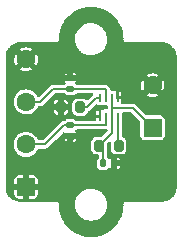
<source format=gtl>
G04 #@! TF.GenerationSoftware,KiCad,Pcbnew,(6.0.7-1)-1*
G04 #@! TF.CreationDate,2024-08-15T11:21:40+03:00*
G04 #@! TF.ProjectId,Ideal_Diode,49646561-6c5f-4446-996f-64652e6b6963,rev?*
G04 #@! TF.SameCoordinates,Original*
G04 #@! TF.FileFunction,Copper,L1,Top*
G04 #@! TF.FilePolarity,Positive*
%FSLAX46Y46*%
G04 Gerber Fmt 4.6, Leading zero omitted, Abs format (unit mm)*
G04 Created by KiCad (PCBNEW (6.0.7-1)-1) date 2024-08-15 11:21:40*
%MOMM*%
%LPD*%
G01*
G04 APERTURE LIST*
G04 Aperture macros list*
%AMRoundRect*
0 Rectangle with rounded corners*
0 $1 Rounding radius*
0 $2 $3 $4 $5 $6 $7 $8 $9 X,Y pos of 4 corners*
0 Add a 4 corners polygon primitive as box body*
4,1,4,$2,$3,$4,$5,$6,$7,$8,$9,$2,$3,0*
0 Add four circle primitives for the rounded corners*
1,1,$1+$1,$2,$3*
1,1,$1+$1,$4,$5*
1,1,$1+$1,$6,$7*
1,1,$1+$1,$8,$9*
0 Add four rect primitives between the rounded corners*
20,1,$1+$1,$2,$3,$4,$5,0*
20,1,$1+$1,$4,$5,$6,$7,0*
20,1,$1+$1,$6,$7,$8,$9,0*
20,1,$1+$1,$8,$9,$2,$3,0*%
G04 Aperture macros list end*
G04 #@! TA.AperFunction,SMDPad,CuDef*
%ADD10RoundRect,0.200000X-0.200000X-0.275000X0.200000X-0.275000X0.200000X0.275000X-0.200000X0.275000X0*%
G04 #@! TD*
G04 #@! TA.AperFunction,ComponentPad*
%ADD11RoundRect,0.250000X0.550000X-0.550000X0.550000X0.550000X-0.550000X0.550000X-0.550000X-0.550000X0*%
G04 #@! TD*
G04 #@! TA.AperFunction,ComponentPad*
%ADD12C,1.600000*%
G04 #@! TD*
G04 #@! TA.AperFunction,SMDPad,CuDef*
%ADD13R,0.228600X0.711200*%
G04 #@! TD*
G04 #@! TA.AperFunction,SMDPad,CuDef*
%ADD14RoundRect,0.140000X-0.170000X0.140000X-0.170000X-0.140000X0.170000X-0.140000X0.170000X0.140000X0*%
G04 #@! TD*
G04 #@! TA.AperFunction,SMDPad,CuDef*
%ADD15RoundRect,0.140000X0.170000X-0.140000X0.170000X0.140000X-0.170000X0.140000X-0.170000X-0.140000X0*%
G04 #@! TD*
G04 #@! TA.AperFunction,SMDPad,CuDef*
%ADD16RoundRect,0.140000X-0.140000X-0.170000X0.140000X-0.170000X0.140000X0.170000X-0.140000X0.170000X0*%
G04 #@! TD*
G04 #@! TA.AperFunction,Conductor*
%ADD17C,0.200000*%
G04 #@! TD*
G04 #@! TA.AperFunction,Conductor*
%ADD18C,0.300000*%
G04 #@! TD*
G04 APERTURE END LIST*
D10*
X153425000Y-94750000D03*
X155075000Y-94750000D03*
X156675000Y-98000000D03*
X158325000Y-98000000D03*
D11*
X161200000Y-96500000D03*
D12*
X161200000Y-92900000D03*
D13*
X158250189Y-93949900D03*
X157750063Y-93949900D03*
X157249937Y-93949900D03*
X156749811Y-93949900D03*
X156749811Y-95550100D03*
X157249937Y-95550100D03*
X157750063Y-95550100D03*
X158250189Y-95550100D03*
D14*
X154250000Y-92250000D03*
X154250000Y-93210000D03*
D11*
X150500000Y-101500000D03*
D12*
X150500000Y-97900000D03*
X150500000Y-94300000D03*
X150500000Y-90700000D03*
D15*
X154250000Y-97230000D03*
X154250000Y-96270000D03*
D16*
X157020000Y-99500000D03*
X157980000Y-99500000D03*
D17*
X151700000Y-94300000D02*
X152790000Y-93210000D01*
X150500000Y-94300000D02*
X151700000Y-94300000D01*
D18*
X154160000Y-93300000D02*
X154250000Y-93210000D01*
D17*
X154250000Y-93210000D02*
X157179811Y-93210000D01*
X157249937Y-93280126D02*
X157249937Y-93949900D01*
X152790000Y-93210000D02*
X154250000Y-93210000D01*
X157179811Y-93210000D02*
X157249937Y-93280126D01*
X152100000Y-97900000D02*
X153730000Y-96270000D01*
X154250000Y-96270000D02*
X157199811Y-96270000D01*
X150500000Y-97900000D02*
X152100000Y-97900000D01*
X157249937Y-96219874D02*
X157249937Y-95550100D01*
X157199811Y-96270000D02*
X157249937Y-96219874D01*
X153730000Y-96270000D02*
X154250000Y-96270000D01*
X157750063Y-94880326D02*
X157750063Y-93949900D01*
X156675000Y-98000000D02*
X157750063Y-96924937D01*
X159544500Y-94844500D02*
X157785889Y-94844500D01*
X161200000Y-96500000D02*
X159544500Y-94844500D01*
X157785889Y-94844500D02*
X157750063Y-94880326D01*
X157750063Y-96924937D02*
X157750063Y-95550100D01*
X157750063Y-94880326D02*
X157750063Y-95550100D01*
X157020000Y-98345000D02*
X156675000Y-98000000D01*
X157020000Y-99500000D02*
X157020000Y-98345000D01*
X155650000Y-94750000D02*
X156450100Y-93949900D01*
X156450100Y-93949900D02*
X156749811Y-93949900D01*
X155075000Y-94750000D02*
X155650000Y-94750000D01*
X158250189Y-97925189D02*
X158250189Y-95550100D01*
X158325000Y-98000000D02*
X158250189Y-97925189D01*
G04 #@! TA.AperFunction,Conductor*
G36*
X156165360Y-86259814D02*
G01*
X156471035Y-86295542D01*
X156482364Y-86297540D01*
X156585668Y-86322024D01*
X156781800Y-86368509D01*
X156792829Y-86371810D01*
X156966011Y-86434843D01*
X157082026Y-86477068D01*
X157092585Y-86481623D01*
X157160836Y-86515900D01*
X157367603Y-86619742D01*
X157377564Y-86625493D01*
X157579935Y-86758595D01*
X157634681Y-86794602D01*
X157643915Y-86801477D01*
X157879657Y-86999288D01*
X157888031Y-87007188D01*
X158099218Y-87231033D01*
X158106618Y-87239852D01*
X158290386Y-87486695D01*
X158296713Y-87496314D01*
X158450588Y-87762834D01*
X158455754Y-87773122D01*
X158577640Y-88055685D01*
X158581578Y-88066503D01*
X158661515Y-88333506D01*
X158669842Y-88361321D01*
X158672495Y-88372516D01*
X158699699Y-88526795D01*
X158725934Y-88675585D01*
X158727270Y-88687019D01*
X158743634Y-88967967D01*
X158742417Y-88985558D01*
X158742417Y-88990435D01*
X158740514Y-89000000D01*
X158760266Y-89099301D01*
X158816516Y-89183484D01*
X158900699Y-89239734D01*
X158910262Y-89241636D01*
X158910264Y-89241637D01*
X158990438Y-89257584D01*
X159000000Y-89259486D01*
X159009562Y-89257584D01*
X159015505Y-89256402D01*
X159034818Y-89254500D01*
X161965182Y-89254500D01*
X161984495Y-89256402D01*
X161990436Y-89257584D01*
X161990438Y-89257584D01*
X162000000Y-89259486D01*
X162009564Y-89257583D01*
X162019314Y-89257583D01*
X162019314Y-89257713D01*
X162031609Y-89256987D01*
X162117918Y-89263780D01*
X162187071Y-89269223D01*
X162202414Y-89271653D01*
X162377306Y-89313641D01*
X162392080Y-89318442D01*
X162558249Y-89387271D01*
X162572085Y-89394320D01*
X162725449Y-89488301D01*
X162738007Y-89497426D01*
X162867491Y-89608016D01*
X162874777Y-89614239D01*
X162885759Y-89625221D01*
X162961863Y-89714326D01*
X163002574Y-89761992D01*
X163011699Y-89774551D01*
X163105680Y-89927915D01*
X163112729Y-89941751D01*
X163181558Y-90107920D01*
X163186359Y-90122694D01*
X163228347Y-90297586D01*
X163230777Y-90312929D01*
X163243013Y-90468388D01*
X163242287Y-90480686D01*
X163242417Y-90480686D01*
X163242417Y-90490436D01*
X163240514Y-90500000D01*
X163242416Y-90509562D01*
X163242416Y-90509564D01*
X163243598Y-90515505D01*
X163245500Y-90534818D01*
X163245500Y-101465182D01*
X163243598Y-101484495D01*
X163240514Y-101500000D01*
X163242417Y-101509564D01*
X163242417Y-101519314D01*
X163242287Y-101519314D01*
X163243013Y-101531612D01*
X163230777Y-101687071D01*
X163228347Y-101702414D01*
X163186359Y-101877306D01*
X163181558Y-101892080D01*
X163112729Y-102058249D01*
X163105680Y-102072085D01*
X163011699Y-102225449D01*
X163002574Y-102238007D01*
X162924959Y-102328883D01*
X162885761Y-102374777D01*
X162874779Y-102385759D01*
X162743845Y-102497589D01*
X162738008Y-102502574D01*
X162725449Y-102511699D01*
X162572085Y-102605680D01*
X162558249Y-102612729D01*
X162392080Y-102681558D01*
X162377306Y-102686359D01*
X162202414Y-102728347D01*
X162187071Y-102730777D01*
X162117918Y-102736220D01*
X162031609Y-102743013D01*
X162019314Y-102742287D01*
X162019314Y-102742417D01*
X162009564Y-102742417D01*
X162000000Y-102740514D01*
X161990438Y-102742416D01*
X161990436Y-102742416D01*
X161984495Y-102743598D01*
X161965182Y-102745500D01*
X159034818Y-102745500D01*
X159015505Y-102743598D01*
X159009562Y-102742416D01*
X159000000Y-102740514D01*
X158990438Y-102742416D01*
X158910264Y-102758363D01*
X158910262Y-102758364D01*
X158900699Y-102760266D01*
X158816516Y-102816516D01*
X158760266Y-102900699D01*
X158740514Y-103000000D01*
X158742417Y-103009565D01*
X158742417Y-103014442D01*
X158743634Y-103032033D01*
X158727270Y-103312981D01*
X158725934Y-103324415D01*
X158676560Y-103604436D01*
X158672497Y-103627476D01*
X158669844Y-103638671D01*
X158622334Y-103797365D01*
X158581578Y-103933497D01*
X158577640Y-103944315D01*
X158455754Y-104226878D01*
X158450588Y-104237166D01*
X158296713Y-104503686D01*
X158290386Y-104513305D01*
X158106618Y-104760148D01*
X158099218Y-104768967D01*
X157888031Y-104992812D01*
X157879657Y-105000712D01*
X157643915Y-105198523D01*
X157634683Y-105205397D01*
X157377564Y-105374507D01*
X157367604Y-105380257D01*
X157092585Y-105518377D01*
X157082026Y-105522932D01*
X156966011Y-105565157D01*
X156792829Y-105628190D01*
X156781800Y-105631491D01*
X156585668Y-105677976D01*
X156482364Y-105702460D01*
X156471035Y-105704458D01*
X156165361Y-105740186D01*
X156153868Y-105740855D01*
X155846132Y-105740855D01*
X155834639Y-105740186D01*
X155528965Y-105704458D01*
X155517636Y-105702460D01*
X155414332Y-105677976D01*
X155218200Y-105631491D01*
X155207171Y-105628190D01*
X155033989Y-105565157D01*
X154917974Y-105522932D01*
X154907415Y-105518377D01*
X154632396Y-105380257D01*
X154622436Y-105374507D01*
X154365317Y-105205397D01*
X154356085Y-105198523D01*
X154120343Y-105000712D01*
X154111969Y-104992812D01*
X153900782Y-104768967D01*
X153893382Y-104760148D01*
X153709614Y-104513305D01*
X153703287Y-104503686D01*
X153549412Y-104237166D01*
X153544246Y-104226878D01*
X153422360Y-103944315D01*
X153418422Y-103933497D01*
X153377666Y-103797365D01*
X153330156Y-103638671D01*
X153327503Y-103627476D01*
X153323441Y-103604436D01*
X153274066Y-103324415D01*
X153272730Y-103312981D01*
X153256366Y-103032033D01*
X153257583Y-103014442D01*
X153257583Y-103009565D01*
X153259486Y-103000000D01*
X153246749Y-102935964D01*
X154642112Y-102935964D01*
X154642269Y-102940149D01*
X154642269Y-102940152D01*
X154644464Y-102998599D01*
X154644060Y-102998614D01*
X154644303Y-102999983D01*
X154644339Y-102999980D01*
X154644341Y-103000000D01*
X154644648Y-103003507D01*
X154644718Y-103005374D01*
X154644718Y-103005619D01*
X154644741Y-103005972D01*
X154650736Y-103165669D01*
X154651596Y-103169769D01*
X154651597Y-103169775D01*
X154664628Y-103231879D01*
X154664165Y-103231976D01*
X154664790Y-103233724D01*
X154664937Y-103235408D01*
X154666054Y-103239576D01*
X154666054Y-103239577D01*
X154666225Y-103240216D01*
X154667486Y-103245501D01*
X154676353Y-103287761D01*
X154697939Y-103390637D01*
X154720721Y-103448326D01*
X154722699Y-103453335D01*
X154723646Y-103455831D01*
X154724980Y-103459494D01*
X154726097Y-103463663D01*
X154727922Y-103467576D01*
X154727924Y-103467582D01*
X154729287Y-103470505D01*
X154731642Y-103475979D01*
X154758740Y-103544595D01*
X154782372Y-103604436D01*
X154784542Y-103608012D01*
X154784544Y-103608016D01*
X154820030Y-103666494D01*
X154822213Y-103670579D01*
X154824142Y-103673919D01*
X154825965Y-103677829D01*
X154828442Y-103681367D01*
X154828443Y-103681368D01*
X154831184Y-103685283D01*
X154834724Y-103690709D01*
X154850279Y-103716342D01*
X154901621Y-103800952D01*
X154904371Y-103804121D01*
X154952913Y-103860060D01*
X154958676Y-103867442D01*
X154959022Y-103867854D01*
X154961505Y-103871401D01*
X154968476Y-103878372D01*
X154973244Y-103883490D01*
X155052276Y-103974566D01*
X155055519Y-103977225D01*
X155055521Y-103977227D01*
X155117331Y-104027908D01*
X155124563Y-104034459D01*
X155128599Y-104038495D01*
X155132135Y-104040971D01*
X155136772Y-104044218D01*
X155142759Y-104048758D01*
X155230029Y-104120315D01*
X155308466Y-104164963D01*
X155316271Y-104169903D01*
X155322171Y-104174035D01*
X155326086Y-104175860D01*
X155326090Y-104175863D01*
X155330869Y-104178091D01*
X155338003Y-104181778D01*
X155429798Y-104234030D01*
X155520610Y-104266994D01*
X155528666Y-104270327D01*
X155532411Y-104272073D01*
X155532417Y-104272075D01*
X155536337Y-104273903D01*
X155540512Y-104275022D01*
X155540516Y-104275023D01*
X155544842Y-104276182D01*
X155552996Y-104278749D01*
X155641925Y-104311029D01*
X155641929Y-104311030D01*
X155645871Y-104312461D01*
X155747541Y-104330846D01*
X155755531Y-104332635D01*
X155764592Y-104335063D01*
X155772235Y-104335732D01*
X155781194Y-104336931D01*
X155872069Y-104353364D01*
X155891041Y-104354259D01*
X155895011Y-104354446D01*
X155895015Y-104354446D01*
X155896158Y-104354500D01*
X156057712Y-104354500D01*
X156059795Y-104354323D01*
X156059801Y-104354323D01*
X156224873Y-104340316D01*
X156224874Y-104340316D01*
X156229044Y-104339962D01*
X156233094Y-104338911D01*
X156233099Y-104338910D01*
X156447483Y-104283267D01*
X156447486Y-104283266D01*
X156451539Y-104282214D01*
X156467503Y-104275023D01*
X156500359Y-104260222D01*
X156661123Y-104187803D01*
X156851803Y-104059430D01*
X156871153Y-104040971D01*
X157015094Y-103903659D01*
X157015098Y-103903654D01*
X157018128Y-103900764D01*
X157030980Y-103883491D01*
X157080277Y-103817233D01*
X157155342Y-103716342D01*
X157174923Y-103677829D01*
X157257623Y-103515170D01*
X157257625Y-103515166D01*
X157259520Y-103511438D01*
X157327685Y-103291911D01*
X157343873Y-103169775D01*
X157357338Y-103068188D01*
X157357338Y-103068184D01*
X157357888Y-103064036D01*
X157356212Y-103019389D01*
X157355536Y-103001401D01*
X157355940Y-103001386D01*
X157355697Y-103000017D01*
X157355661Y-103000020D01*
X157355625Y-102999615D01*
X157355352Y-102996493D01*
X157355282Y-102994626D01*
X157355282Y-102994381D01*
X157355259Y-102994021D01*
X157349264Y-102834331D01*
X157348404Y-102830231D01*
X157348403Y-102830225D01*
X157335372Y-102768121D01*
X157335835Y-102768024D01*
X157335210Y-102766276D01*
X157335063Y-102764592D01*
X157333775Y-102759784D01*
X157332514Y-102754499D01*
X157302923Y-102613471D01*
X157302923Y-102613470D01*
X157302061Y-102609363D01*
X157277301Y-102546665D01*
X157276354Y-102544169D01*
X157275020Y-102540506D01*
X157273903Y-102536337D01*
X157272078Y-102532424D01*
X157272076Y-102532418D01*
X157270713Y-102529495D01*
X157268358Y-102524021D01*
X157219165Y-102399457D01*
X157217628Y-102395564D01*
X157211680Y-102385761D01*
X157179970Y-102333506D01*
X157177787Y-102329421D01*
X157175858Y-102326081D01*
X157174035Y-102322171D01*
X157171557Y-102318632D01*
X157168816Y-102314717D01*
X157165276Y-102309291D01*
X157100556Y-102202635D01*
X157100554Y-102202632D01*
X157098379Y-102199048D01*
X157047087Y-102139940D01*
X157041324Y-102132558D01*
X157040978Y-102132146D01*
X157038495Y-102128599D01*
X157031524Y-102121628D01*
X157026755Y-102116509D01*
X156950473Y-102028602D01*
X156947724Y-102025434D01*
X156882669Y-101972092D01*
X156875437Y-101965541D01*
X156871401Y-101961505D01*
X156863228Y-101955782D01*
X156857241Y-101951242D01*
X156773216Y-101882346D01*
X156769971Y-101879685D01*
X156691534Y-101835037D01*
X156683725Y-101830094D01*
X156677829Y-101825965D01*
X156673914Y-101824140D01*
X156673910Y-101824137D01*
X156669131Y-101821909D01*
X156661996Y-101818222D01*
X156573849Y-101768046D01*
X156570202Y-101765970D01*
X156479390Y-101733006D01*
X156471334Y-101729673D01*
X156467589Y-101727927D01*
X156467583Y-101727925D01*
X156463663Y-101726097D01*
X156459488Y-101724978D01*
X156459484Y-101724977D01*
X156455158Y-101723818D01*
X156447004Y-101721251D01*
X156358075Y-101688971D01*
X156358071Y-101688970D01*
X156354129Y-101687539D01*
X156252459Y-101669154D01*
X156244469Y-101667365D01*
X156235408Y-101664937D01*
X156227765Y-101664268D01*
X156218806Y-101663069D01*
X156127931Y-101646636D01*
X156108959Y-101645741D01*
X156104989Y-101645554D01*
X156104985Y-101645554D01*
X156103842Y-101645500D01*
X155942288Y-101645500D01*
X155940205Y-101645677D01*
X155940199Y-101645677D01*
X155775127Y-101659684D01*
X155775126Y-101659684D01*
X155770956Y-101660038D01*
X155766906Y-101661089D01*
X155766901Y-101661090D01*
X155552517Y-101716733D01*
X155552514Y-101716734D01*
X155548461Y-101717786D01*
X155544639Y-101719507D01*
X155544638Y-101719508D01*
X155499641Y-101739778D01*
X155338877Y-101812197D01*
X155148197Y-101940570D01*
X155145156Y-101943471D01*
X154984906Y-102096341D01*
X154984902Y-102096346D01*
X154981872Y-102099236D01*
X154979370Y-102102599D01*
X154979369Y-102102600D01*
X154967051Y-102119156D01*
X154844658Y-102283658D01*
X154842756Y-102287399D01*
X154757728Y-102454638D01*
X154740480Y-102488562D01*
X154672315Y-102708089D01*
X154671765Y-102712239D01*
X154655583Y-102834331D01*
X154642112Y-102935964D01*
X153246749Y-102935964D01*
X153239734Y-102900699D01*
X153183484Y-102816516D01*
X153099301Y-102760266D01*
X153089738Y-102758364D01*
X153089736Y-102758363D01*
X153009562Y-102742416D01*
X153000000Y-102740514D01*
X152990438Y-102742416D01*
X152984495Y-102743598D01*
X152965182Y-102745500D01*
X150034818Y-102745500D01*
X150015505Y-102743598D01*
X150009564Y-102742416D01*
X150009562Y-102742416D01*
X150000000Y-102740514D01*
X149990436Y-102742417D01*
X149980686Y-102742417D01*
X149980686Y-102742287D01*
X149968391Y-102743013D01*
X149882082Y-102736220D01*
X149812929Y-102730777D01*
X149797586Y-102728347D01*
X149622694Y-102686359D01*
X149607920Y-102681558D01*
X149441751Y-102612729D01*
X149427915Y-102605680D01*
X149274551Y-102511699D01*
X149261992Y-102502574D01*
X149256155Y-102497589D01*
X149125221Y-102385759D01*
X149114239Y-102374777D01*
X149075042Y-102328883D01*
X148997426Y-102238007D01*
X148988301Y-102225449D01*
X148912310Y-102101443D01*
X149500001Y-102101443D01*
X149500220Y-102106086D01*
X149502411Y-102129269D01*
X149504976Y-102140965D01*
X149545362Y-102255966D01*
X149552209Y-102268899D01*
X149623808Y-102365835D01*
X149634165Y-102376192D01*
X149731101Y-102447791D01*
X149744034Y-102454638D01*
X149859031Y-102495022D01*
X149870734Y-102497590D01*
X149893918Y-102499782D01*
X149898554Y-102500000D01*
X150230320Y-102500000D01*
X150243005Y-102495878D01*
X150246000Y-102491757D01*
X150246000Y-102484319D01*
X150754000Y-102484319D01*
X150758122Y-102497004D01*
X150762243Y-102499999D01*
X151101443Y-102499999D01*
X151106086Y-102499780D01*
X151129269Y-102497589D01*
X151140965Y-102495024D01*
X151255966Y-102454638D01*
X151268899Y-102447791D01*
X151365835Y-102376192D01*
X151376192Y-102365835D01*
X151447791Y-102268899D01*
X151454638Y-102255966D01*
X151495022Y-102140969D01*
X151497590Y-102129266D01*
X151499782Y-102106082D01*
X151500000Y-102101446D01*
X151500000Y-101769680D01*
X151495878Y-101756995D01*
X151491757Y-101754000D01*
X150769680Y-101754000D01*
X150756995Y-101758122D01*
X150754000Y-101762243D01*
X150754000Y-102484319D01*
X150246000Y-102484319D01*
X150246000Y-101769680D01*
X150241878Y-101756995D01*
X150237757Y-101754000D01*
X149515681Y-101754000D01*
X149502996Y-101758122D01*
X149500001Y-101762243D01*
X149500001Y-102101443D01*
X148912310Y-102101443D01*
X148894320Y-102072085D01*
X148887271Y-102058249D01*
X148818442Y-101892080D01*
X148813641Y-101877306D01*
X148771653Y-101702414D01*
X148769223Y-101687071D01*
X148756987Y-101531612D01*
X148757713Y-101519314D01*
X148757583Y-101519314D01*
X148757583Y-101509564D01*
X148759486Y-101500000D01*
X148756402Y-101484495D01*
X148754500Y-101465182D01*
X148754500Y-101230320D01*
X149500000Y-101230320D01*
X149504122Y-101243005D01*
X149508243Y-101246000D01*
X150230320Y-101246000D01*
X150243005Y-101241878D01*
X150246000Y-101237757D01*
X150246000Y-101230320D01*
X150754000Y-101230320D01*
X150758122Y-101243005D01*
X150762243Y-101246000D01*
X151484319Y-101246000D01*
X151497004Y-101241878D01*
X151499999Y-101237757D01*
X151499999Y-100898557D01*
X151499780Y-100893914D01*
X151497589Y-100870731D01*
X151495024Y-100859035D01*
X151454638Y-100744034D01*
X151447791Y-100731101D01*
X151376192Y-100634165D01*
X151365835Y-100623808D01*
X151268899Y-100552209D01*
X151255966Y-100545362D01*
X151140969Y-100504978D01*
X151129266Y-100502410D01*
X151106082Y-100500218D01*
X151101446Y-100500000D01*
X150769680Y-100500000D01*
X150756995Y-100504122D01*
X150754000Y-100508243D01*
X150754000Y-101230320D01*
X150246000Y-101230320D01*
X150246000Y-100515681D01*
X150241878Y-100502996D01*
X150237757Y-100500001D01*
X149898557Y-100500001D01*
X149893914Y-100500220D01*
X149870731Y-100502411D01*
X149859035Y-100504976D01*
X149744034Y-100545362D01*
X149731101Y-100552209D01*
X149634165Y-100623808D01*
X149623808Y-100634165D01*
X149552209Y-100731101D01*
X149545362Y-100744034D01*
X149504978Y-100859031D01*
X149502410Y-100870734D01*
X149500218Y-100893918D01*
X149500000Y-100898554D01*
X149500000Y-101230320D01*
X148754500Y-101230320D01*
X148754500Y-97885206D01*
X149440501Y-97885206D01*
X149457806Y-98091278D01*
X149459139Y-98095926D01*
X149459139Y-98095927D01*
X149504609Y-98254500D01*
X149514807Y-98290066D01*
X149517022Y-98294376D01*
X149548239Y-98355117D01*
X149609334Y-98473995D01*
X149737786Y-98636061D01*
X149741466Y-98639193D01*
X149741468Y-98639195D01*
X149785668Y-98676812D01*
X149895271Y-98770091D01*
X150075789Y-98870980D01*
X150080387Y-98872474D01*
X150267861Y-98933388D01*
X150267863Y-98933389D01*
X150272466Y-98934884D01*
X150477809Y-98959370D01*
X150482631Y-98958999D01*
X150482633Y-98958999D01*
X150679170Y-98943876D01*
X150679175Y-98943875D01*
X150683998Y-98943504D01*
X150883178Y-98887892D01*
X150887491Y-98885713D01*
X150887497Y-98885711D01*
X151063442Y-98796835D01*
X151063444Y-98796833D01*
X151067763Y-98794652D01*
X151230722Y-98667334D01*
X151365848Y-98510789D01*
X151450412Y-98361930D01*
X151465606Y-98335185D01*
X151465607Y-98335182D01*
X151467995Y-98330979D01*
X151470897Y-98322255D01*
X151507203Y-98273006D01*
X151564837Y-98254500D01*
X152051620Y-98254500D01*
X152072448Y-98256716D01*
X152083070Y-98259003D01*
X152115319Y-98255186D01*
X152121429Y-98254826D01*
X152125373Y-98254500D01*
X152129451Y-98254500D01*
X152133474Y-98253830D01*
X152133478Y-98253830D01*
X152140266Y-98252700D01*
X152147672Y-98251467D01*
X152152270Y-98250812D01*
X152170109Y-98248701D01*
X152192144Y-98246093D01*
X152192145Y-98246093D01*
X152200270Y-98245131D01*
X152207232Y-98241788D01*
X152208793Y-98241294D01*
X152216417Y-98240025D01*
X152223615Y-98236141D01*
X152223621Y-98236139D01*
X152258960Y-98217070D01*
X152263066Y-98214977D01*
X152306658Y-98194045D01*
X152310650Y-98190689D01*
X152312153Y-98189186D01*
X152313384Y-98188057D01*
X152314544Y-98187078D01*
X152320280Y-98183983D01*
X152354712Y-98146735D01*
X152357405Y-98143934D01*
X152974746Y-97526593D01*
X153006949Y-97494390D01*
X153762856Y-97494390D01*
X153793531Y-97560174D01*
X153803315Y-97574147D01*
X153875853Y-97646685D01*
X153889826Y-97656469D01*
X153983776Y-97700278D01*
X153986388Y-97701040D01*
X153993569Y-97699708D01*
X153994805Y-97698406D01*
X153996000Y-97693126D01*
X153996000Y-97688506D01*
X154504000Y-97688506D01*
X154508122Y-97701191D01*
X154509545Y-97702225D01*
X154516224Y-97700278D01*
X154610174Y-97656469D01*
X154624147Y-97646685D01*
X154696685Y-97574147D01*
X154706469Y-97560174D01*
X154735362Y-97498212D01*
X154736750Y-97486904D01*
X154730523Y-97484000D01*
X154519680Y-97484000D01*
X154506995Y-97488122D01*
X154504000Y-97492243D01*
X154504000Y-97688506D01*
X153996000Y-97688506D01*
X153996000Y-97499680D01*
X153991878Y-97486995D01*
X153987757Y-97484000D01*
X153773691Y-97484000D01*
X153762856Y-97487521D01*
X153762856Y-97494390D01*
X153006949Y-97494390D01*
X153592838Y-96908500D01*
X153647355Y-96880723D01*
X153707787Y-96890294D01*
X153751052Y-96933559D01*
X153756195Y-96962729D01*
X153761486Y-96972274D01*
X153769477Y-96976000D01*
X154726309Y-96976000D01*
X154737144Y-96972479D01*
X154737144Y-96965610D01*
X154706469Y-96899826D01*
X154696685Y-96885853D01*
X154669373Y-96858541D01*
X154641596Y-96804024D01*
X154651167Y-96743592D01*
X154669373Y-96718533D01*
X154734410Y-96653496D01*
X154788927Y-96625719D01*
X154804414Y-96624500D01*
X157151431Y-96624500D01*
X157172259Y-96626716D01*
X157182881Y-96629003D01*
X157215130Y-96625186D01*
X157221240Y-96624826D01*
X157225184Y-96624500D01*
X157229262Y-96624500D01*
X157233285Y-96623830D01*
X157233289Y-96623830D01*
X157240077Y-96622700D01*
X157247483Y-96621467D01*
X157252091Y-96620811D01*
X157284929Y-96616925D01*
X157344938Y-96628863D01*
X157386470Y-96673793D01*
X157395563Y-96715239D01*
X157395563Y-96737090D01*
X157376656Y-96795281D01*
X157366567Y-96807093D01*
X156932158Y-97241503D01*
X156877641Y-97269281D01*
X156862154Y-97270500D01*
X156446615Y-97270501D01*
X156420686Y-97270501D01*
X156418369Y-97270720D01*
X156418368Y-97270720D01*
X156394883Y-97272939D01*
X156394882Y-97272939D01*
X156388873Y-97273507D01*
X156286093Y-97309601D01*
X156274635Y-97313625D01*
X156259924Y-97318791D01*
X156253973Y-97323186D01*
X156253970Y-97323188D01*
X156155947Y-97395590D01*
X156149990Y-97399990D01*
X156145590Y-97405947D01*
X156073188Y-97503970D01*
X156073186Y-97503973D01*
X156068791Y-97509924D01*
X156066339Y-97516906D01*
X156025507Y-97633179D01*
X156023507Y-97638873D01*
X156022940Y-97644875D01*
X156022939Y-97644878D01*
X156021931Y-97655547D01*
X156020500Y-97670685D01*
X156020501Y-98329314D01*
X156023507Y-98361127D01*
X156068791Y-98490076D01*
X156073186Y-98496027D01*
X156073188Y-98496030D01*
X156145590Y-98594053D01*
X156149990Y-98600010D01*
X156155947Y-98604410D01*
X156253970Y-98676812D01*
X156253973Y-98676814D01*
X156259924Y-98681209D01*
X156266906Y-98683661D01*
X156383183Y-98724495D01*
X156383185Y-98724495D01*
X156388873Y-98726493D01*
X156394875Y-98727060D01*
X156394878Y-98727061D01*
X156405547Y-98728069D01*
X156420685Y-98729500D01*
X156566500Y-98729500D01*
X156624691Y-98748407D01*
X156660655Y-98797907D01*
X156665500Y-98828500D01*
X156665500Y-98945586D01*
X156646593Y-99003777D01*
X156636504Y-99015590D01*
X156556865Y-99095229D01*
X156553330Y-99102166D01*
X156553329Y-99102168D01*
X156503668Y-99199633D01*
X156500132Y-99206573D01*
X156498913Y-99214267D01*
X156498913Y-99214268D01*
X156493887Y-99246000D01*
X156485500Y-99298955D01*
X156485501Y-99701044D01*
X156486110Y-99704887D01*
X156486110Y-99704892D01*
X156495824Y-99766224D01*
X156500132Y-99793427D01*
X156503668Y-99800366D01*
X156534142Y-99860174D01*
X156556865Y-99904771D01*
X156645229Y-99993135D01*
X156652166Y-99996670D01*
X156652168Y-99996671D01*
X156749633Y-100046332D01*
X156756573Y-100049868D01*
X156764267Y-100051087D01*
X156764268Y-100051087D01*
X156845109Y-100063891D01*
X156845111Y-100063891D01*
X156848955Y-100064500D01*
X157019978Y-100064500D01*
X157191044Y-100064499D01*
X157194887Y-100063890D01*
X157194892Y-100063890D01*
X157275733Y-100051087D01*
X157275736Y-100051086D01*
X157283427Y-100049868D01*
X157339099Y-100021502D01*
X157387832Y-99996671D01*
X157387834Y-99996670D01*
X157394771Y-99993135D01*
X157468533Y-99919373D01*
X157523050Y-99891596D01*
X157583482Y-99901167D01*
X157608541Y-99919373D01*
X157635853Y-99946685D01*
X157649826Y-99956469D01*
X157711788Y-99985362D01*
X157723096Y-99986750D01*
X157726000Y-99980523D01*
X157726000Y-99976309D01*
X158234000Y-99976309D01*
X158237521Y-99987144D01*
X158244390Y-99987144D01*
X158310174Y-99956469D01*
X158324147Y-99946685D01*
X158396685Y-99874147D01*
X158406469Y-99860174D01*
X158450278Y-99766224D01*
X158451040Y-99763612D01*
X158449708Y-99756431D01*
X158448406Y-99755195D01*
X158443126Y-99754000D01*
X158249680Y-99754000D01*
X158236995Y-99758122D01*
X158234000Y-99762243D01*
X158234000Y-99976309D01*
X157726000Y-99976309D01*
X157726000Y-99230320D01*
X158234000Y-99230320D01*
X158238122Y-99243005D01*
X158242243Y-99246000D01*
X158438506Y-99246000D01*
X158451191Y-99241878D01*
X158452225Y-99240455D01*
X158450278Y-99233776D01*
X158406469Y-99139826D01*
X158396685Y-99125853D01*
X158324147Y-99053315D01*
X158310174Y-99043531D01*
X158248212Y-99014638D01*
X158236904Y-99013250D01*
X158234000Y-99019477D01*
X158234000Y-99230320D01*
X157726000Y-99230320D01*
X157726000Y-99023691D01*
X157722479Y-99012856D01*
X157715610Y-99012856D01*
X157649826Y-99043531D01*
X157635853Y-99053315D01*
X157608541Y-99080627D01*
X157554024Y-99108404D01*
X157493592Y-99098833D01*
X157468533Y-99080627D01*
X157403496Y-99015590D01*
X157375719Y-98961073D01*
X157374500Y-98945586D01*
X157374500Y-98393380D01*
X157376716Y-98372552D01*
X157379003Y-98361930D01*
X157375186Y-98329681D01*
X157374826Y-98323571D01*
X157374500Y-98319627D01*
X157374500Y-98315549D01*
X157371467Y-98297328D01*
X157370811Y-98292722D01*
X157369946Y-98285408D01*
X157366820Y-98259003D01*
X157366093Y-98252856D01*
X157366093Y-98252855D01*
X157365131Y-98244730D01*
X157361788Y-98237768D01*
X157361294Y-98236206D01*
X157360025Y-98228583D01*
X157341374Y-98194017D01*
X157329500Y-98147006D01*
X157329499Y-97887848D01*
X157348406Y-97829658D01*
X157358495Y-97817844D01*
X157501496Y-97674843D01*
X157556013Y-97647066D01*
X157616445Y-97656637D01*
X157659710Y-97699902D01*
X157670500Y-97744847D01*
X157670501Y-98329314D01*
X157673507Y-98361127D01*
X157718791Y-98490076D01*
X157723186Y-98496027D01*
X157723188Y-98496030D01*
X157795590Y-98594053D01*
X157799990Y-98600010D01*
X157805947Y-98604410D01*
X157903970Y-98676812D01*
X157903973Y-98676814D01*
X157909924Y-98681209D01*
X157916906Y-98683661D01*
X158033183Y-98724495D01*
X158033185Y-98724495D01*
X158038873Y-98726493D01*
X158044875Y-98727060D01*
X158044878Y-98727061D01*
X158055547Y-98728069D01*
X158070685Y-98729500D01*
X158324836Y-98729500D01*
X158579314Y-98729499D01*
X158581632Y-98729280D01*
X158605117Y-98727061D01*
X158605118Y-98727061D01*
X158611127Y-98726493D01*
X158740076Y-98681209D01*
X158746027Y-98676814D01*
X158746030Y-98676812D01*
X158844053Y-98604410D01*
X158850010Y-98600010D01*
X158854410Y-98594053D01*
X158926812Y-98496030D01*
X158926814Y-98496027D01*
X158931209Y-98490076D01*
X158938370Y-98469685D01*
X158974495Y-98366817D01*
X158974495Y-98366815D01*
X158976493Y-98361127D01*
X158979500Y-98329315D01*
X158979499Y-97670686D01*
X158976493Y-97638873D01*
X158931209Y-97509924D01*
X158926814Y-97503973D01*
X158926812Y-97503970D01*
X158854410Y-97405947D01*
X158850010Y-97399990D01*
X158844053Y-97395590D01*
X158746030Y-97323188D01*
X158746027Y-97323186D01*
X158740076Y-97318791D01*
X158725366Y-97313625D01*
X158670886Y-97294493D01*
X158622247Y-97257372D01*
X158604689Y-97201085D01*
X158604689Y-96012410D01*
X158606591Y-95993096D01*
X158609333Y-95979311D01*
X158618989Y-95930767D01*
X158618988Y-95298000D01*
X158637895Y-95239809D01*
X158687395Y-95203845D01*
X158717988Y-95199000D01*
X159356653Y-95199000D01*
X159414844Y-95217907D01*
X159426657Y-95227996D01*
X160116504Y-95917843D01*
X160144281Y-95972360D01*
X160145500Y-95987847D01*
X160145500Y-97097756D01*
X160152202Y-97159448D01*
X160202929Y-97294764D01*
X160289596Y-97410404D01*
X160405236Y-97497071D01*
X160411838Y-97499546D01*
X160422428Y-97503516D01*
X160540552Y-97547798D01*
X160602244Y-97554500D01*
X161797756Y-97554500D01*
X161859448Y-97547798D01*
X161977572Y-97503516D01*
X161988162Y-97499546D01*
X161994764Y-97497071D01*
X162110404Y-97410404D01*
X162197071Y-97294764D01*
X162247798Y-97159448D01*
X162254500Y-97097756D01*
X162254500Y-95902244D01*
X162247798Y-95840552D01*
X162197071Y-95705236D01*
X162110404Y-95589596D01*
X161994764Y-95502929D01*
X161859448Y-95452202D01*
X161797756Y-95445500D01*
X160687847Y-95445500D01*
X160629656Y-95426593D01*
X160617843Y-95416504D01*
X159829380Y-94628042D01*
X159816215Y-94611740D01*
X159814764Y-94609493D01*
X159810325Y-94602618D01*
X159794917Y-94590471D01*
X159784823Y-94582514D01*
X159780230Y-94578433D01*
X159777226Y-94575888D01*
X159774344Y-94573006D01*
X159770298Y-94570115D01*
X159759333Y-94562278D01*
X159755606Y-94559480D01*
X159724073Y-94534622D01*
X159724069Y-94534620D01*
X159717643Y-94529554D01*
X159710354Y-94526995D01*
X159708903Y-94526241D01*
X159702615Y-94521747D01*
X159656302Y-94507897D01*
X159651863Y-94506454D01*
X159622095Y-94496000D01*
X159606292Y-94490450D01*
X159601096Y-94490000D01*
X159598953Y-94490000D01*
X159597328Y-94489930D01*
X159595791Y-94489800D01*
X159589545Y-94487932D01*
X159581370Y-94488253D01*
X159581368Y-94488253D01*
X159538841Y-94489924D01*
X159534955Y-94490000D01*
X158652340Y-94490000D01*
X158594149Y-94471093D01*
X158558185Y-94421593D01*
X158555242Y-94371686D01*
X158563541Y-94329962D01*
X158564489Y-94320340D01*
X158564489Y-94079880D01*
X158560367Y-94067195D01*
X158556246Y-94064200D01*
X158234889Y-94064200D01*
X158176698Y-94045293D01*
X158140734Y-93995793D01*
X158135889Y-93965200D01*
X158135889Y-93819920D01*
X158364489Y-93819920D01*
X158368611Y-93832605D01*
X158372732Y-93835600D01*
X158548809Y-93835600D01*
X158561494Y-93831478D01*
X158564489Y-93827357D01*
X158564489Y-93763348D01*
X160701134Y-93763348D01*
X160708363Y-93770860D01*
X160793488Y-93818435D01*
X160802316Y-93822292D01*
X160979627Y-93879904D01*
X160989027Y-93881971D01*
X161174155Y-93904046D01*
X161183781Y-93904248D01*
X161369659Y-93889945D01*
X161379153Y-93888271D01*
X161558713Y-93838136D01*
X161567693Y-93834654D01*
X161691726Y-93772000D01*
X161699765Y-93764017D01*
X161694573Y-93753783D01*
X161211086Y-93270296D01*
X161199203Y-93264242D01*
X161194172Y-93265038D01*
X160706611Y-93752599D01*
X160701134Y-93763348D01*
X158564489Y-93763348D01*
X158564489Y-93579460D01*
X158563541Y-93569838D01*
X158554787Y-93525826D01*
X158547468Y-93508158D01*
X158514100Y-93458218D01*
X158500571Y-93444689D01*
X158450631Y-93411321D01*
X158432963Y-93404002D01*
X158388951Y-93395248D01*
X158379974Y-93394364D01*
X158367484Y-93398422D01*
X158364489Y-93402543D01*
X158364489Y-93819920D01*
X158135889Y-93819920D01*
X158135889Y-93409980D01*
X158131767Y-93397295D01*
X158127646Y-93394300D01*
X158121049Y-93394300D01*
X158111420Y-93395248D01*
X158084698Y-93400564D01*
X158023937Y-93393374D01*
X158010381Y-93385782D01*
X157963664Y-93354566D01*
X157954101Y-93352664D01*
X157954099Y-93352663D01*
X157923182Y-93346514D01*
X157889430Y-93339800D01*
X157875439Y-93339800D01*
X157702621Y-93339801D01*
X157644431Y-93320894D01*
X157608467Y-93271394D01*
X157604437Y-93251348D01*
X157604437Y-93250675D01*
X157601404Y-93232454D01*
X157600748Y-93227848D01*
X157596030Y-93187982D01*
X157596030Y-93187981D01*
X157595068Y-93179856D01*
X157591725Y-93172894D01*
X157591231Y-93171333D01*
X157589962Y-93163709D01*
X157586078Y-93156511D01*
X157586076Y-93156505D01*
X157567007Y-93121166D01*
X157564914Y-93117060D01*
X157543982Y-93073468D01*
X157540626Y-93069476D01*
X157539123Y-93067973D01*
X157537993Y-93066741D01*
X157537015Y-93065583D01*
X157533920Y-93059846D01*
X157496668Y-93025410D01*
X157493868Y-93022718D01*
X157464695Y-92993546D01*
X157451527Y-92977241D01*
X157450077Y-92974995D01*
X157450075Y-92974992D01*
X157445636Y-92968118D01*
X157420134Y-92948014D01*
X157415541Y-92943933D01*
X157412537Y-92941388D01*
X157409655Y-92938506D01*
X157405609Y-92935615D01*
X157394644Y-92927778D01*
X157390917Y-92924980D01*
X157359384Y-92900122D01*
X157359380Y-92900120D01*
X157352954Y-92895054D01*
X157345665Y-92892495D01*
X157344214Y-92891741D01*
X157342883Y-92890790D01*
X160195664Y-92890790D01*
X160211264Y-93076574D01*
X160213002Y-93086042D01*
X160264388Y-93265248D01*
X160267939Y-93274216D01*
X160328202Y-93391476D01*
X160336330Y-93399547D01*
X160346393Y-93394397D01*
X160829704Y-92911086D01*
X160834946Y-92900797D01*
X161564242Y-92900797D01*
X161565038Y-92905828D01*
X162052520Y-93393310D01*
X162063375Y-93398841D01*
X162070783Y-93391762D01*
X162115577Y-93312911D01*
X162119493Y-93304116D01*
X162178341Y-93127212D01*
X162180475Y-93117818D01*
X162204099Y-92930810D01*
X162204486Y-92925283D01*
X162204800Y-92902759D01*
X162204570Y-92897261D01*
X162186174Y-92709636D01*
X162184305Y-92700198D01*
X162130418Y-92521718D01*
X162126748Y-92512814D01*
X162071503Y-92408912D01*
X162063086Y-92400784D01*
X162053368Y-92405842D01*
X161570296Y-92888914D01*
X161564242Y-92900797D01*
X160834946Y-92900797D01*
X160835758Y-92899203D01*
X160834962Y-92894172D01*
X160347285Y-92406495D01*
X160336643Y-92401073D01*
X160329029Y-92408452D01*
X160278752Y-92499905D01*
X160274952Y-92508769D01*
X160218583Y-92686467D01*
X160216579Y-92695895D01*
X160195798Y-92881162D01*
X160195664Y-92890790D01*
X157342883Y-92890790D01*
X157337926Y-92887247D01*
X157291613Y-92873397D01*
X157287174Y-92871954D01*
X157275226Y-92867758D01*
X157241603Y-92855950D01*
X157236407Y-92855500D01*
X157234264Y-92855500D01*
X157232639Y-92855430D01*
X157231102Y-92855300D01*
X157224856Y-92853432D01*
X157216681Y-92853753D01*
X157216679Y-92853753D01*
X157174152Y-92855424D01*
X157170266Y-92855500D01*
X154804414Y-92855500D01*
X154746223Y-92836593D01*
X154734410Y-92826504D01*
X154669373Y-92761467D01*
X154641596Y-92706950D01*
X154651167Y-92646518D01*
X154669373Y-92621459D01*
X154696685Y-92594147D01*
X154706469Y-92580174D01*
X154735362Y-92518212D01*
X154736750Y-92506904D01*
X154730523Y-92504000D01*
X153773691Y-92504000D01*
X153762856Y-92507521D01*
X153762856Y-92514390D01*
X153793531Y-92580174D01*
X153803315Y-92594147D01*
X153830627Y-92621459D01*
X153858404Y-92675976D01*
X153848833Y-92736408D01*
X153830627Y-92761467D01*
X153765590Y-92826504D01*
X153711073Y-92854281D01*
X153695586Y-92855500D01*
X152838380Y-92855500D01*
X152817552Y-92853284D01*
X152806930Y-92850997D01*
X152774682Y-92854814D01*
X152768571Y-92855174D01*
X152764627Y-92855500D01*
X152760549Y-92855500D01*
X152756526Y-92856170D01*
X152756522Y-92856170D01*
X152749734Y-92857300D01*
X152742328Y-92858533D01*
X152737730Y-92859188D01*
X152719891Y-92861299D01*
X152697856Y-92863907D01*
X152697855Y-92863907D01*
X152689730Y-92864869D01*
X152682768Y-92868212D01*
X152681206Y-92868706D01*
X152673583Y-92869975D01*
X152631028Y-92892937D01*
X152626902Y-92895038D01*
X152583343Y-92915955D01*
X152579350Y-92919311D01*
X152577840Y-92920821D01*
X152576615Y-92921944D01*
X152575456Y-92922922D01*
X152569720Y-92926017D01*
X152564168Y-92932023D01*
X152535289Y-92963264D01*
X152532595Y-92966066D01*
X152053973Y-93444689D01*
X151616882Y-93881780D01*
X151562365Y-93909557D01*
X151501933Y-93899986D01*
X151459466Y-93858254D01*
X151384838Y-93717899D01*
X151384836Y-93717895D01*
X151382565Y-93713625D01*
X151369540Y-93697654D01*
X151254924Y-93557121D01*
X151254923Y-93557120D01*
X151251863Y-93553368D01*
X151136846Y-93458218D01*
X151096249Y-93424633D01*
X151096247Y-93424632D01*
X151092522Y-93421550D01*
X150965118Y-93352663D01*
X150914866Y-93325492D01*
X150914865Y-93325492D01*
X150910612Y-93323192D01*
X150826181Y-93297056D01*
X150717684Y-93263470D01*
X150717680Y-93263469D01*
X150713063Y-93262040D01*
X150708256Y-93261535D01*
X150708252Y-93261534D01*
X150512213Y-93240930D01*
X150512211Y-93240930D01*
X150507397Y-93240424D01*
X150446925Y-93245927D01*
X150306269Y-93258727D01*
X150306264Y-93258728D01*
X150301450Y-93259166D01*
X150263634Y-93270296D01*
X150107713Y-93316186D01*
X150107710Y-93316187D01*
X150103066Y-93317554D01*
X149919801Y-93413363D01*
X149758635Y-93542943D01*
X149746738Y-93557121D01*
X149628817Y-93697654D01*
X149628814Y-93697658D01*
X149625708Y-93701360D01*
X149526082Y-93882578D01*
X149463553Y-94079696D01*
X149462365Y-94090286D01*
X149442554Y-94266906D01*
X149440501Y-94285206D01*
X149444310Y-94330567D01*
X149456886Y-94480320D01*
X149457806Y-94491278D01*
X149459139Y-94495926D01*
X149459139Y-94495927D01*
X149505899Y-94658999D01*
X149514807Y-94690066D01*
X149517022Y-94694376D01*
X149537995Y-94735185D01*
X149609334Y-94873995D01*
X149737786Y-95036061D01*
X149741466Y-95039193D01*
X149741468Y-95039195D01*
X149818927Y-95105117D01*
X149895271Y-95170091D01*
X150075789Y-95270980D01*
X150080387Y-95272474D01*
X150267861Y-95333388D01*
X150267863Y-95333389D01*
X150272466Y-95334884D01*
X150477809Y-95359370D01*
X150482631Y-95358999D01*
X150482633Y-95358999D01*
X150679170Y-95343876D01*
X150679175Y-95343875D01*
X150683998Y-95343504D01*
X150883178Y-95287892D01*
X150887491Y-95285713D01*
X150887497Y-95285711D01*
X151063442Y-95196835D01*
X151063444Y-95196833D01*
X151067763Y-95194652D01*
X151230722Y-95067334D01*
X151243453Y-95052585D01*
X152825001Y-95052585D01*
X152825611Y-95060329D01*
X152838616Y-95142449D01*
X152843373Y-95157091D01*
X152893823Y-95256106D01*
X152902865Y-95268551D01*
X152981449Y-95347135D01*
X152993894Y-95356177D01*
X153092913Y-95406629D01*
X153107546Y-95411384D01*
X153155512Y-95418980D01*
X153168687Y-95416893D01*
X153169463Y-95416118D01*
X153171000Y-95409714D01*
X153171000Y-95405753D01*
X153679000Y-95405753D01*
X153683122Y-95418438D01*
X153684010Y-95419083D01*
X153690574Y-95419600D01*
X153742454Y-95411384D01*
X153757087Y-95406629D01*
X153856106Y-95356177D01*
X153868551Y-95347135D01*
X153947135Y-95268551D01*
X153956177Y-95256106D01*
X154006629Y-95157088D01*
X154011384Y-95142453D01*
X154024391Y-95060327D01*
X154025000Y-95052588D01*
X154025000Y-95019680D01*
X154020878Y-95006995D01*
X154016757Y-95004000D01*
X153694680Y-95004000D01*
X153681995Y-95008122D01*
X153679000Y-95012243D01*
X153679000Y-95405753D01*
X153171000Y-95405753D01*
X153171000Y-95019680D01*
X153166878Y-95006995D01*
X153162757Y-95004000D01*
X152840681Y-95004000D01*
X152827996Y-95008122D01*
X152825001Y-95012243D01*
X152825001Y-95052585D01*
X151243453Y-95052585D01*
X151365848Y-94910789D01*
X151467995Y-94730979D01*
X151470897Y-94722255D01*
X151507203Y-94673006D01*
X151564837Y-94654500D01*
X151651620Y-94654500D01*
X151672448Y-94656716D01*
X151683070Y-94659003D01*
X151715319Y-94655186D01*
X151721429Y-94654826D01*
X151725373Y-94654500D01*
X151729451Y-94654500D01*
X151733474Y-94653830D01*
X151733478Y-94653830D01*
X151740266Y-94652700D01*
X151747672Y-94651467D01*
X151752270Y-94650812D01*
X151770109Y-94648701D01*
X151792144Y-94646093D01*
X151792145Y-94646093D01*
X151800270Y-94645131D01*
X151807232Y-94641788D01*
X151808793Y-94641294D01*
X151816417Y-94640025D01*
X151823615Y-94636141D01*
X151823621Y-94636139D01*
X151858960Y-94617070D01*
X151863066Y-94614977D01*
X151906658Y-94594045D01*
X151910650Y-94590689D01*
X151912153Y-94589186D01*
X151913384Y-94588057D01*
X151914544Y-94587078D01*
X151920280Y-94583983D01*
X151954712Y-94546735D01*
X151957405Y-94543934D01*
X152021019Y-94480320D01*
X152825000Y-94480320D01*
X152829122Y-94493005D01*
X152833243Y-94496000D01*
X153155320Y-94496000D01*
X153168005Y-94491878D01*
X153171000Y-94487757D01*
X153171000Y-94480320D01*
X153679000Y-94480320D01*
X153683122Y-94493005D01*
X153687243Y-94496000D01*
X154009319Y-94496000D01*
X154022004Y-94491878D01*
X154024999Y-94487757D01*
X154024999Y-94447415D01*
X154024389Y-94439671D01*
X154011384Y-94357551D01*
X154006627Y-94342909D01*
X153956177Y-94243894D01*
X153947135Y-94231449D01*
X153868551Y-94152865D01*
X153856106Y-94143823D01*
X153757087Y-94093371D01*
X153742454Y-94088616D01*
X153694488Y-94081020D01*
X153681313Y-94083107D01*
X153680537Y-94083882D01*
X153679000Y-94090286D01*
X153679000Y-94480320D01*
X153171000Y-94480320D01*
X153171000Y-94094247D01*
X153166878Y-94081562D01*
X153165990Y-94080917D01*
X153159426Y-94080400D01*
X153107546Y-94088616D01*
X153092913Y-94093371D01*
X152993894Y-94143823D01*
X152981449Y-94152865D01*
X152902865Y-94231449D01*
X152893823Y-94243894D01*
X152843371Y-94342912D01*
X152838616Y-94357547D01*
X152825609Y-94439673D01*
X152825000Y-94447412D01*
X152825000Y-94480320D01*
X152021019Y-94480320D01*
X152907843Y-93593496D01*
X152962360Y-93565719D01*
X152977847Y-93564500D01*
X153695586Y-93564500D01*
X153753777Y-93583407D01*
X153765590Y-93593496D01*
X153845229Y-93673135D01*
X153852166Y-93676670D01*
X153852168Y-93676671D01*
X153949633Y-93726332D01*
X153956573Y-93729868D01*
X153964267Y-93731087D01*
X153964268Y-93731087D01*
X154045109Y-93743891D01*
X154045111Y-93743891D01*
X154048955Y-93744500D01*
X154249974Y-93744500D01*
X154451044Y-93744499D01*
X154454887Y-93743890D01*
X154454892Y-93743890D01*
X154535733Y-93731087D01*
X154535736Y-93731086D01*
X154543427Y-93729868D01*
X154613639Y-93694093D01*
X154647832Y-93676671D01*
X154647834Y-93676670D01*
X154654771Y-93673135D01*
X154734410Y-93593496D01*
X154788927Y-93565719D01*
X154804414Y-93564500D01*
X156095153Y-93564500D01*
X156153344Y-93583407D01*
X156189308Y-93632907D01*
X156189308Y-93694093D01*
X156165157Y-93733504D01*
X155743566Y-94155095D01*
X155689049Y-94182872D01*
X155628617Y-94173301D01*
X155604038Y-94155444D01*
X155600010Y-94149990D01*
X155591661Y-94143823D01*
X155496030Y-94073188D01*
X155496027Y-94073186D01*
X155490076Y-94068791D01*
X155423164Y-94045293D01*
X155366817Y-94025505D01*
X155366815Y-94025505D01*
X155361127Y-94023507D01*
X155355125Y-94022940D01*
X155355122Y-94022939D01*
X155344453Y-94021931D01*
X155329315Y-94020500D01*
X155075164Y-94020500D01*
X154820686Y-94020501D01*
X154818369Y-94020720D01*
X154818368Y-94020720D01*
X154794883Y-94022939D01*
X154794882Y-94022939D01*
X154788873Y-94023507D01*
X154659924Y-94068791D01*
X154653973Y-94073186D01*
X154653970Y-94073188D01*
X154558339Y-94143823D01*
X154549990Y-94149990D01*
X154545590Y-94155947D01*
X154473188Y-94253970D01*
X154473186Y-94253973D01*
X154468791Y-94259924D01*
X154466339Y-94266906D01*
X154434507Y-94357551D01*
X154423507Y-94388873D01*
X154420500Y-94420685D01*
X154420501Y-95079314D01*
X154420720Y-95081631D01*
X154420720Y-95081632D01*
X154421996Y-95095131D01*
X154423507Y-95111127D01*
X154468791Y-95240076D01*
X154473186Y-95246027D01*
X154473188Y-95246030D01*
X154545459Y-95343876D01*
X154549990Y-95350010D01*
X154555947Y-95354410D01*
X154653970Y-95426812D01*
X154653973Y-95426814D01*
X154659924Y-95431209D01*
X154666906Y-95433661D01*
X154783183Y-95474495D01*
X154783185Y-95474495D01*
X154788873Y-95476493D01*
X154794875Y-95477060D01*
X154794878Y-95477061D01*
X154805547Y-95478069D01*
X154820685Y-95479500D01*
X155074836Y-95479500D01*
X155329314Y-95479499D01*
X155331632Y-95479280D01*
X155355117Y-95477061D01*
X155355118Y-95477061D01*
X155361127Y-95476493D01*
X155490076Y-95431209D01*
X155496027Y-95426814D01*
X155496030Y-95426812D01*
X155505090Y-95420120D01*
X156435511Y-95420120D01*
X156439633Y-95432805D01*
X156443754Y-95435800D01*
X156619831Y-95435800D01*
X156632516Y-95431678D01*
X156635511Y-95427557D01*
X156635511Y-95010180D01*
X156631389Y-94997495D01*
X156627268Y-94994500D01*
X156620671Y-94994500D01*
X156611049Y-94995448D01*
X156567037Y-95004202D01*
X156549369Y-95011521D01*
X156499429Y-95044889D01*
X156485900Y-95058418D01*
X156452532Y-95108358D01*
X156445213Y-95126026D01*
X156436459Y-95170038D01*
X156435511Y-95179660D01*
X156435511Y-95420120D01*
X155505090Y-95420120D01*
X155594053Y-95354410D01*
X155600010Y-95350010D01*
X155604541Y-95343876D01*
X155676812Y-95246030D01*
X155676814Y-95246027D01*
X155681209Y-95240076D01*
X155683661Y-95233094D01*
X155683664Y-95233089D01*
X155714118Y-95146370D01*
X155751238Y-95097731D01*
X155766436Y-95090062D01*
X155766417Y-95090026D01*
X155808960Y-95067070D01*
X155813066Y-95064977D01*
X155856658Y-95044045D01*
X155860650Y-95040689D01*
X155862153Y-95039186D01*
X155863384Y-95038057D01*
X155864544Y-95037078D01*
X155870280Y-95033983D01*
X155904712Y-94996735D01*
X155907405Y-94993934D01*
X156370795Y-94530544D01*
X156425312Y-94502767D01*
X156485744Y-94512338D01*
X156495798Y-94518231D01*
X156536210Y-94545234D01*
X156545773Y-94547136D01*
X156545775Y-94547137D01*
X156576692Y-94553286D01*
X156610444Y-94560000D01*
X156749782Y-94560000D01*
X156889177Y-94559999D01*
X156893943Y-94559051D01*
X156893944Y-94559051D01*
X156953847Y-94547137D01*
X156953850Y-94547136D01*
X156963412Y-94545234D01*
X156966096Y-94543441D01*
X157022986Y-94538965D01*
X157030709Y-94541474D01*
X157036336Y-94545234D01*
X157110570Y-94560000D01*
X157124444Y-94560000D01*
X157296563Y-94559999D01*
X157354753Y-94578906D01*
X157390717Y-94628406D01*
X157395563Y-94658999D01*
X157395563Y-94823401D01*
X157395167Y-94829689D01*
X157393495Y-94835281D01*
X157393816Y-94843455D01*
X157392790Y-94851577D01*
X157389601Y-94851174D01*
X157376958Y-94896002D01*
X157328908Y-94933881D01*
X157294644Y-94940000D01*
X157124183Y-94940001D01*
X157110571Y-94940001D01*
X157105805Y-94940949D01*
X157105804Y-94940949D01*
X157104316Y-94941245D01*
X157036336Y-94954766D01*
X157028229Y-94960183D01*
X156989619Y-94985982D01*
X156930731Y-95002591D01*
X156915302Y-95000764D01*
X156888580Y-94995448D01*
X156879596Y-94994564D01*
X156867106Y-94998622D01*
X156864111Y-95002743D01*
X156864111Y-95565400D01*
X156845204Y-95623591D01*
X156795704Y-95659555D01*
X156765111Y-95664400D01*
X156451191Y-95664400D01*
X156438506Y-95668522D01*
X156435511Y-95672643D01*
X156435511Y-95816500D01*
X156416604Y-95874691D01*
X156367104Y-95910655D01*
X156336511Y-95915500D01*
X154804414Y-95915500D01*
X154746223Y-95896593D01*
X154734410Y-95886504D01*
X154654771Y-95806865D01*
X154647834Y-95803330D01*
X154647832Y-95803329D01*
X154550367Y-95753668D01*
X154550366Y-95753668D01*
X154543427Y-95750132D01*
X154535733Y-95748913D01*
X154535732Y-95748913D01*
X154454891Y-95736109D01*
X154454889Y-95736109D01*
X154451045Y-95735500D01*
X154250026Y-95735500D01*
X154048956Y-95735501D01*
X154045113Y-95736110D01*
X154045108Y-95736110D01*
X153964267Y-95748913D01*
X153964264Y-95748914D01*
X153956573Y-95750132D01*
X153900901Y-95778499D01*
X153852168Y-95803329D01*
X153852166Y-95803330D01*
X153845229Y-95806865D01*
X153765143Y-95886951D01*
X153710626Y-95914728D01*
X153704214Y-95915500D01*
X153700549Y-95915500D01*
X153682328Y-95918533D01*
X153677730Y-95919188D01*
X153659891Y-95921299D01*
X153637856Y-95923907D01*
X153637855Y-95923907D01*
X153629730Y-95924869D01*
X153622768Y-95928212D01*
X153621207Y-95928706D01*
X153613583Y-95929975D01*
X153606385Y-95933859D01*
X153606379Y-95933861D01*
X153571040Y-95952930D01*
X153566934Y-95955023D01*
X153523342Y-95975955D01*
X153519350Y-95979311D01*
X153517847Y-95980814D01*
X153516616Y-95981943D01*
X153515456Y-95982922D01*
X153509720Y-95986017D01*
X153504168Y-95992023D01*
X153475289Y-96023264D01*
X153472595Y-96026066D01*
X152720564Y-96778098D01*
X151982158Y-97516504D01*
X151927641Y-97544281D01*
X151912154Y-97545500D01*
X151565341Y-97545500D01*
X151507150Y-97526593D01*
X151477929Y-97492978D01*
X151384838Y-97317899D01*
X151384836Y-97317895D01*
X151382565Y-97313625D01*
X151369540Y-97297654D01*
X151254924Y-97157121D01*
X151254923Y-97157120D01*
X151251863Y-97153368D01*
X151092522Y-97021550D01*
X150979686Y-96960540D01*
X150914866Y-96925492D01*
X150914865Y-96925492D01*
X150910612Y-96923192D01*
X150835129Y-96899826D01*
X150717684Y-96863470D01*
X150717680Y-96863469D01*
X150713063Y-96862040D01*
X150708256Y-96861535D01*
X150708252Y-96861534D01*
X150512213Y-96840930D01*
X150512211Y-96840930D01*
X150507397Y-96840424D01*
X150446925Y-96845927D01*
X150306269Y-96858727D01*
X150306264Y-96858728D01*
X150301450Y-96859166D01*
X150228206Y-96880723D01*
X150107713Y-96916186D01*
X150107710Y-96916187D01*
X150103066Y-96917554D01*
X149919801Y-97013363D01*
X149758635Y-97142943D01*
X149746738Y-97157121D01*
X149628817Y-97297654D01*
X149628814Y-97297658D01*
X149625708Y-97301360D01*
X149526082Y-97482578D01*
X149463553Y-97679696D01*
X149461159Y-97701040D01*
X149444805Y-97846840D01*
X149440501Y-97885206D01*
X148754500Y-97885206D01*
X148754500Y-92036642D01*
X160700637Y-92036642D01*
X160705741Y-92046531D01*
X161188914Y-92529704D01*
X161200797Y-92535758D01*
X161205828Y-92534962D01*
X161693657Y-92047133D01*
X161699024Y-92036599D01*
X161691496Y-92028885D01*
X161593645Y-91975976D01*
X161584774Y-91972247D01*
X161406673Y-91917116D01*
X161397239Y-91915179D01*
X161211831Y-91895691D01*
X161202193Y-91895624D01*
X161016532Y-91912520D01*
X161007066Y-91914326D01*
X160828220Y-91966965D01*
X160819296Y-91970570D01*
X160708739Y-92028368D01*
X160700637Y-92036642D01*
X148754500Y-92036642D01*
X148754500Y-91993096D01*
X153763250Y-91993096D01*
X153769477Y-91996000D01*
X153980320Y-91996000D01*
X153993005Y-91991878D01*
X153996000Y-91987757D01*
X153996000Y-91980320D01*
X154504000Y-91980320D01*
X154508122Y-91993005D01*
X154512243Y-91996000D01*
X154726309Y-91996000D01*
X154737144Y-91992479D01*
X154737144Y-91985610D01*
X154706469Y-91919826D01*
X154696685Y-91905853D01*
X154624147Y-91833315D01*
X154610174Y-91823531D01*
X154516224Y-91779722D01*
X154513612Y-91778960D01*
X154506431Y-91780292D01*
X154505195Y-91781594D01*
X154504000Y-91786874D01*
X154504000Y-91980320D01*
X153996000Y-91980320D01*
X153996000Y-91791494D01*
X153991878Y-91778809D01*
X153990455Y-91777775D01*
X153983776Y-91779722D01*
X153889826Y-91823531D01*
X153875853Y-91833315D01*
X153803315Y-91905853D01*
X153793531Y-91919826D01*
X153764638Y-91981788D01*
X153763250Y-91993096D01*
X148754500Y-91993096D01*
X148754500Y-91563348D01*
X150001134Y-91563348D01*
X150008363Y-91570860D01*
X150093488Y-91618435D01*
X150102316Y-91622292D01*
X150279627Y-91679904D01*
X150289027Y-91681971D01*
X150474155Y-91704046D01*
X150483781Y-91704248D01*
X150669659Y-91689945D01*
X150679153Y-91688271D01*
X150858713Y-91638136D01*
X150867693Y-91634654D01*
X150991726Y-91572000D01*
X150999765Y-91564017D01*
X150994573Y-91553783D01*
X150511086Y-91070296D01*
X150499203Y-91064242D01*
X150494172Y-91065038D01*
X150006611Y-91552599D01*
X150001134Y-91563348D01*
X148754500Y-91563348D01*
X148754500Y-90690790D01*
X149495664Y-90690790D01*
X149511264Y-90876574D01*
X149513002Y-90886042D01*
X149564388Y-91065248D01*
X149567939Y-91074216D01*
X149628202Y-91191476D01*
X149636330Y-91199547D01*
X149646393Y-91194397D01*
X150129704Y-90711086D01*
X150134946Y-90700797D01*
X150864242Y-90700797D01*
X150865038Y-90705828D01*
X151352520Y-91193310D01*
X151363375Y-91198841D01*
X151370783Y-91191762D01*
X151415577Y-91112911D01*
X151419493Y-91104116D01*
X151478341Y-90927212D01*
X151480475Y-90917818D01*
X151504099Y-90730810D01*
X151504486Y-90725283D01*
X151504800Y-90702759D01*
X151504570Y-90697261D01*
X151486174Y-90509636D01*
X151484305Y-90500198D01*
X151430418Y-90321718D01*
X151426748Y-90312814D01*
X151371503Y-90208912D01*
X151363086Y-90200784D01*
X151353368Y-90205842D01*
X150870296Y-90688914D01*
X150864242Y-90700797D01*
X150134946Y-90700797D01*
X150135758Y-90699203D01*
X150134962Y-90694172D01*
X149647285Y-90206495D01*
X149636643Y-90201073D01*
X149629029Y-90208452D01*
X149578752Y-90299905D01*
X149574952Y-90308769D01*
X149518583Y-90486467D01*
X149516579Y-90495895D01*
X149495798Y-90681162D01*
X149495664Y-90690790D01*
X148754500Y-90690790D01*
X148754500Y-90534818D01*
X148756402Y-90515505D01*
X148757584Y-90509564D01*
X148757584Y-90509562D01*
X148759486Y-90500000D01*
X148757583Y-90490436D01*
X148757583Y-90480686D01*
X148757713Y-90480686D01*
X148756987Y-90468388D01*
X148769223Y-90312929D01*
X148771653Y-90297586D01*
X148813641Y-90122694D01*
X148818442Y-90107920D01*
X148887271Y-89941751D01*
X148894320Y-89927915D01*
X148950252Y-89836642D01*
X150000637Y-89836642D01*
X150005741Y-89846531D01*
X150488914Y-90329704D01*
X150500797Y-90335758D01*
X150505828Y-90334962D01*
X150993657Y-89847133D01*
X150999024Y-89836599D01*
X150991496Y-89828885D01*
X150893645Y-89775976D01*
X150884774Y-89772247D01*
X150706673Y-89717116D01*
X150697239Y-89715179D01*
X150511831Y-89695691D01*
X150502193Y-89695624D01*
X150316532Y-89712520D01*
X150307066Y-89714326D01*
X150128220Y-89766965D01*
X150119296Y-89770570D01*
X150008739Y-89828368D01*
X150000637Y-89836642D01*
X148950252Y-89836642D01*
X148988301Y-89774551D01*
X148997426Y-89761992D01*
X149038137Y-89714326D01*
X149114241Y-89625221D01*
X149125223Y-89614239D01*
X149132510Y-89608016D01*
X149261993Y-89497426D01*
X149274551Y-89488301D01*
X149427915Y-89394320D01*
X149441751Y-89387271D01*
X149607920Y-89318442D01*
X149622694Y-89313641D01*
X149797586Y-89271653D01*
X149812929Y-89269223D01*
X149882082Y-89263780D01*
X149968391Y-89256987D01*
X149980686Y-89257713D01*
X149980686Y-89257583D01*
X149990436Y-89257583D01*
X150000000Y-89259486D01*
X150009562Y-89257584D01*
X150009564Y-89257584D01*
X150015505Y-89256402D01*
X150034818Y-89254500D01*
X152965182Y-89254500D01*
X152984496Y-89256402D01*
X153000000Y-89259486D01*
X153009562Y-89257584D01*
X153089736Y-89241637D01*
X153089738Y-89241636D01*
X153099301Y-89239734D01*
X153183484Y-89183484D01*
X153239734Y-89099301D01*
X153259486Y-89000000D01*
X153257583Y-88990435D01*
X153257583Y-88985558D01*
X153256366Y-88967967D01*
X153258230Y-88935964D01*
X154642112Y-88935964D01*
X154642269Y-88940149D01*
X154642269Y-88940152D01*
X154644464Y-88998599D01*
X154644060Y-88998614D01*
X154644303Y-88999983D01*
X154644339Y-88999980D01*
X154644341Y-89000000D01*
X154644648Y-89003507D01*
X154644718Y-89005374D01*
X154644718Y-89005619D01*
X154644741Y-89005972D01*
X154650736Y-89165669D01*
X154651596Y-89169769D01*
X154651597Y-89169775D01*
X154664628Y-89231879D01*
X154664165Y-89231976D01*
X154664790Y-89233724D01*
X154664937Y-89235408D01*
X154666054Y-89239576D01*
X154666054Y-89239577D01*
X154666225Y-89240216D01*
X154667486Y-89245501D01*
X154682165Y-89315459D01*
X154697939Y-89390637D01*
X154720721Y-89448326D01*
X154722699Y-89453335D01*
X154723646Y-89455831D01*
X154724980Y-89459494D01*
X154726097Y-89463663D01*
X154727922Y-89467576D01*
X154727924Y-89467582D01*
X154729287Y-89470505D01*
X154731642Y-89475979D01*
X154758740Y-89544595D01*
X154782372Y-89604436D01*
X154784542Y-89608012D01*
X154784544Y-89608016D01*
X154820030Y-89666494D01*
X154822213Y-89670579D01*
X154824142Y-89673919D01*
X154825965Y-89677829D01*
X154828442Y-89681367D01*
X154828443Y-89681368D01*
X154831184Y-89685283D01*
X154834724Y-89690709D01*
X154885607Y-89774561D01*
X154901621Y-89800952D01*
X154904371Y-89804121D01*
X154952913Y-89860060D01*
X154958676Y-89867442D01*
X154959022Y-89867854D01*
X154961505Y-89871401D01*
X154968476Y-89878372D01*
X154973244Y-89883490D01*
X155052276Y-89974566D01*
X155055519Y-89977225D01*
X155055521Y-89977227D01*
X155117331Y-90027908D01*
X155124563Y-90034459D01*
X155128599Y-90038495D01*
X155132135Y-90040971D01*
X155136772Y-90044218D01*
X155142759Y-90048758D01*
X155230029Y-90120315D01*
X155308466Y-90164963D01*
X155316271Y-90169903D01*
X155322171Y-90174035D01*
X155326086Y-90175860D01*
X155326090Y-90175863D01*
X155330869Y-90178091D01*
X155338003Y-90181778D01*
X155429798Y-90234030D01*
X155520610Y-90266994D01*
X155528666Y-90270327D01*
X155532411Y-90272073D01*
X155532417Y-90272075D01*
X155536337Y-90273903D01*
X155540512Y-90275022D01*
X155540516Y-90275023D01*
X155544842Y-90276182D01*
X155552996Y-90278749D01*
X155641925Y-90311029D01*
X155641929Y-90311030D01*
X155645871Y-90312461D01*
X155747541Y-90330846D01*
X155755531Y-90332635D01*
X155764592Y-90335063D01*
X155772235Y-90335732D01*
X155781194Y-90336931D01*
X155872069Y-90353364D01*
X155891041Y-90354259D01*
X155895011Y-90354446D01*
X155895015Y-90354446D01*
X155896158Y-90354500D01*
X156057712Y-90354500D01*
X156059795Y-90354323D01*
X156059801Y-90354323D01*
X156224873Y-90340316D01*
X156224874Y-90340316D01*
X156229044Y-90339962D01*
X156233094Y-90338911D01*
X156233099Y-90338910D01*
X156447483Y-90283267D01*
X156447486Y-90283266D01*
X156451539Y-90282214D01*
X156467503Y-90275023D01*
X156500359Y-90260222D01*
X156661123Y-90187803D01*
X156851803Y-90059430D01*
X156937974Y-89977227D01*
X157015094Y-89903659D01*
X157015098Y-89903654D01*
X157018128Y-89900764D01*
X157030980Y-89883491D01*
X157080277Y-89817233D01*
X157155342Y-89716342D01*
X157174923Y-89677829D01*
X157257623Y-89515170D01*
X157257625Y-89515166D01*
X157259520Y-89511438D01*
X157327685Y-89291911D01*
X157343873Y-89169775D01*
X157357338Y-89068188D01*
X157357338Y-89068184D01*
X157357888Y-89064036D01*
X157355843Y-89009563D01*
X157355536Y-89001401D01*
X157355940Y-89001386D01*
X157355697Y-89000017D01*
X157355661Y-89000020D01*
X157355625Y-88999615D01*
X157355352Y-88996493D01*
X157355282Y-88994626D01*
X157355282Y-88994381D01*
X157355259Y-88994021D01*
X157353237Y-88940152D01*
X157349264Y-88834331D01*
X157348404Y-88830231D01*
X157348403Y-88830225D01*
X157335372Y-88768121D01*
X157335835Y-88768024D01*
X157335210Y-88766276D01*
X157335063Y-88764592D01*
X157333775Y-88759784D01*
X157332514Y-88754499D01*
X157302923Y-88613471D01*
X157302923Y-88613470D01*
X157302061Y-88609363D01*
X157277301Y-88546665D01*
X157276354Y-88544169D01*
X157275020Y-88540506D01*
X157273903Y-88536337D01*
X157272078Y-88532424D01*
X157272076Y-88532418D01*
X157270713Y-88529495D01*
X157268358Y-88524021D01*
X157219165Y-88399457D01*
X157217628Y-88395564D01*
X157179968Y-88333502D01*
X157177787Y-88329421D01*
X157175858Y-88326081D01*
X157174035Y-88322171D01*
X157171557Y-88318632D01*
X157168816Y-88314717D01*
X157165276Y-88309291D01*
X157100556Y-88202635D01*
X157100554Y-88202632D01*
X157098379Y-88199048D01*
X157047087Y-88139940D01*
X157041324Y-88132558D01*
X157040978Y-88132146D01*
X157038495Y-88128599D01*
X157031524Y-88121628D01*
X157026755Y-88116509D01*
X156978573Y-88060984D01*
X156947724Y-88025434D01*
X156882669Y-87972092D01*
X156875437Y-87965541D01*
X156871401Y-87961505D01*
X156863228Y-87955782D01*
X156857241Y-87951242D01*
X156773216Y-87882346D01*
X156769971Y-87879685D01*
X156691534Y-87835037D01*
X156683725Y-87830094D01*
X156677829Y-87825965D01*
X156673914Y-87824140D01*
X156673910Y-87824137D01*
X156669131Y-87821909D01*
X156661996Y-87818222D01*
X156573849Y-87768046D01*
X156570202Y-87765970D01*
X156479390Y-87733006D01*
X156471334Y-87729673D01*
X156467589Y-87727927D01*
X156467583Y-87727925D01*
X156463663Y-87726097D01*
X156459488Y-87724978D01*
X156459484Y-87724977D01*
X156455158Y-87723818D01*
X156447004Y-87721251D01*
X156358075Y-87688971D01*
X156358071Y-87688970D01*
X156354129Y-87687539D01*
X156252459Y-87669154D01*
X156244469Y-87667365D01*
X156235408Y-87664937D01*
X156227765Y-87664268D01*
X156218806Y-87663069D01*
X156127931Y-87646636D01*
X156108959Y-87645741D01*
X156104989Y-87645554D01*
X156104985Y-87645554D01*
X156103842Y-87645500D01*
X155942288Y-87645500D01*
X155940205Y-87645677D01*
X155940199Y-87645677D01*
X155775127Y-87659684D01*
X155775126Y-87659684D01*
X155770956Y-87660038D01*
X155766906Y-87661089D01*
X155766901Y-87661090D01*
X155552517Y-87716733D01*
X155552514Y-87716734D01*
X155548461Y-87717786D01*
X155544639Y-87719507D01*
X155544638Y-87719508D01*
X155499641Y-87739778D01*
X155338877Y-87812197D01*
X155148197Y-87940570D01*
X155145156Y-87943471D01*
X154984906Y-88096341D01*
X154984902Y-88096346D01*
X154981872Y-88099236D01*
X154979370Y-88102599D01*
X154979369Y-88102600D01*
X154967051Y-88119156D01*
X154844658Y-88283658D01*
X154842756Y-88287399D01*
X154789583Y-88391984D01*
X154740480Y-88488562D01*
X154672315Y-88708089D01*
X154671765Y-88712239D01*
X154655583Y-88834331D01*
X154642112Y-88935964D01*
X153258230Y-88935964D01*
X153272730Y-88687019D01*
X153274066Y-88675585D01*
X153300301Y-88526795D01*
X153327505Y-88372516D01*
X153330158Y-88361321D01*
X153338486Y-88333506D01*
X153418422Y-88066503D01*
X153422360Y-88055685D01*
X153544246Y-87773122D01*
X153549412Y-87762834D01*
X153703287Y-87496314D01*
X153709614Y-87486695D01*
X153893382Y-87239852D01*
X153900782Y-87231033D01*
X154111969Y-87007188D01*
X154120343Y-86999288D01*
X154356085Y-86801477D01*
X154365319Y-86794602D01*
X154420065Y-86758595D01*
X154622436Y-86625493D01*
X154632397Y-86619742D01*
X154839164Y-86515900D01*
X154907415Y-86481623D01*
X154917974Y-86477068D01*
X155033989Y-86434843D01*
X155207171Y-86371810D01*
X155218200Y-86368509D01*
X155414332Y-86322024D01*
X155517636Y-86297540D01*
X155528965Y-86295542D01*
X155834640Y-86259814D01*
X155846132Y-86259145D01*
X156153868Y-86259145D01*
X156165360Y-86259814D01*
G37*
G04 #@! TD.AperFunction*
M02*

</source>
